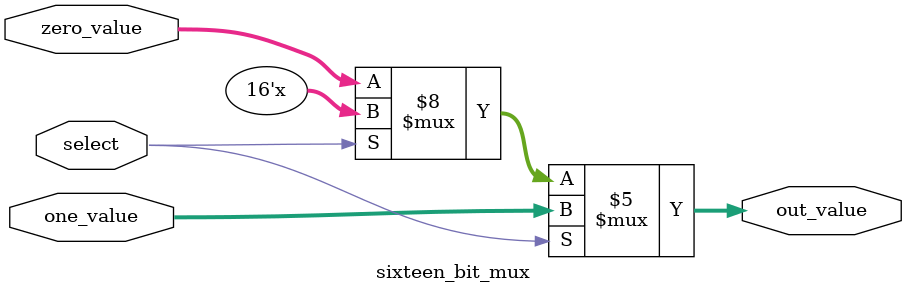
<source format=v>
/*
	Name: Derek Cook
	Class: CS 4480 - Computer Architecture and Design
	Instructor: Dr. Charlie Wang
	Project: 32-bit Single Cycle Processor
	Description: Create a thirty-two bit mux
	intput: select, zero_value, one_value
	Output: out_value
*/

module sixteen_bit_mux(
	input select, 
	input[15:0] zero_value, one_value,
	output reg [15:0] out_value);
	
	always @ (select, zero_value, one_value)
		begin
			if (select == 0) out_value = zero_value;
			if (select == 1) out_value = one_value;
		end
endmodule

</source>
